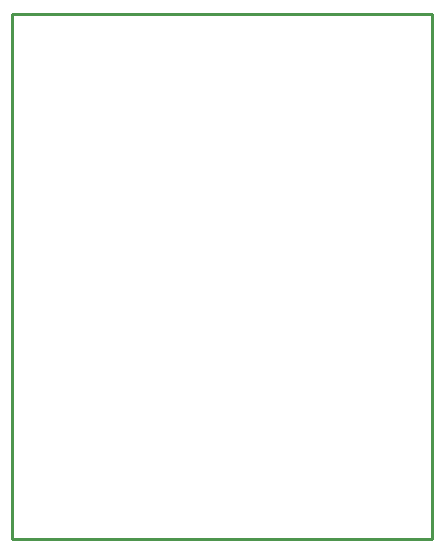
<source format=gbr>
G04 EAGLE Gerber X2 export*
%TF.Part,Single*%
%TF.FileFunction,Profile,NP*%
%TF.FilePolarity,Positive*%
%TF.GenerationSoftware,Autodesk,EAGLE,8.6.0*%
%TF.CreationDate,2018-03-08T02:42:11Z*%
G75*
%MOMM*%
%FSLAX34Y34*%
%LPD*%
%AMOC8*
5,1,8,0,0,1.08239X$1,22.5*%
G01*
%ADD10C,0.254000*%


D10*
X0Y0D02*
X355600Y0D01*
X355600Y444500D01*
X0Y444500D01*
X0Y0D01*
M02*

</source>
